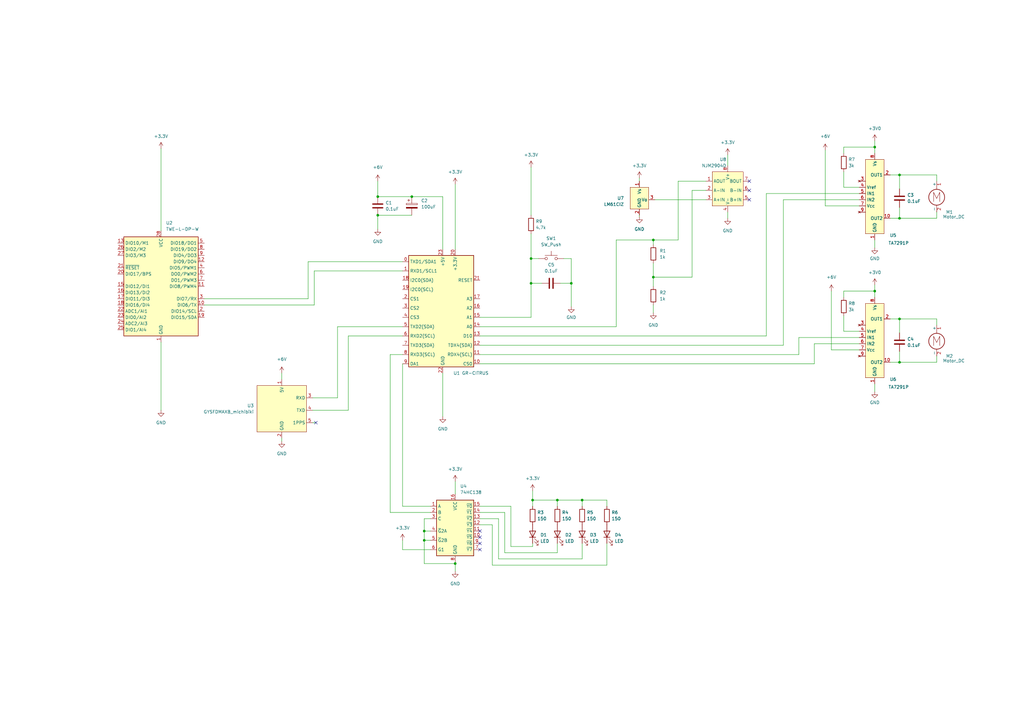
<source format=kicad_sch>
(kicad_sch (version 20211123) (generator eeschema)
  (paper "A3")
  (title_block (title "2-Wheel-Robo") (date "2022-12-06") (company "Tanaka Ryugo"))
  (lib_symbols
    (symbol "Device:C" (pin_numbers hide) (pin_names (offset 0.254))
      (property "Reference" "C" (at 0.635 2.54 0))
      (property "Value" "C" (at 0.635 -2.54 0))
      (symbol "C_0_1"
        (polyline (pts (xy -2.032 -0.762) (xy 2.032 -0.762)) (stroke (width 0.508)))
        (polyline (pts (xy -2.032 0.762) (xy 2.032 0.762)) (stroke (width 0.508)))
      )
      (symbol "C_1_1"
        (pin passive line (at 0 3.81 270) (length 2.794) (name "~") (number "1"))
        (pin passive line (at 0 -3.81 90) (length 2.794) (name "~") (number "2"))
      )
    )
    (symbol "Device:C_Polarized" (pin_numbers hide) (pin_names (offset 0.254))
      (property "Reference" "C" (at 0.635 2.54 0))
      (property "Value" "C_Polarized" (at 0.635 -2.54 0))
      (symbol "C_Polarized_0_1"
        (rectangle (start -2.286 0.508) (end 2.286 1.016))
        (polyline (pts (xy -1.778 2.286) (xy -0.762 2.286)))
        (polyline (pts (xy -1.27 2.794) (xy -1.27 1.778)))
        (rectangle (start 2.286 -0.508) (end -2.286 -1.016) (fill (type outline)))
      )
      (symbol "C_Polarized_1_1"
        (pin passive line (at 0 3.81 270) (length 2.794) (name "~") (number "1"))
        (pin passive line (at 0 -3.81 90) (length 2.794) (name "~") (number "2"))
      )
    )
    (symbol "Device:LED" (pin_numbers hide) (pin_names (offset 1.016) hide)
      (property "Reference" "D" (at 0 2.54 0))
      (property "Value" "LED" (at 0 -2.54 0))
      (symbol "LED_0_1"
        (polyline (pts (xy -1.27 -1.27) (xy -1.27 1.27)) (stroke (width 0.254)))
        (polyline (pts (xy -1.27 0) (xy 1.27 0)))
        (polyline (pts (xy 1.27 -1.27) (xy 1.27 1.27) (xy -1.27 0) (xy 1.27 -1.27)) (stroke (width 0.254)))
        (polyline (pts (xy -3.048 -0.762) (xy -4.572 -2.286) (xy -3.81 -2.286) (xy -4.572 -2.286) (xy -4.572 -1.524)))
        (polyline (pts (xy -1.778 -0.762) (xy -3.302 -2.286) (xy -2.54 -2.286) (xy -3.302 -2.286) (xy -3.302 -1.524)))
      )
      (symbol "LED_1_1"
        (pin passive line (at -3.81 0 0) (length 2.54) (name "K") (number "1"))
        (pin passive line (at 3.81 0 180) (length 2.54) (name "A") (number "2"))
      )
    )
    (symbol "Device:R" (pin_numbers hide) (pin_names (offset 0))
      (property "Reference" "R" (at 2.032 0 90))
      (property "Value" "R" (at 0 0 90))
      (symbol "R_0_1"
        (rectangle (start -1.016 -2.54) (end 1.016 2.54) (stroke (width 0.254)))
      )
      (symbol "R_1_1"
        (pin passive line (at 0 3.81 270) (length 1.27) (name "~") (number "1"))
        (pin passive line (at 0 -3.81 90) (length 1.27) (name "~") (number "2"))
      )
    )
    (symbol "MY_Library:74HC138"
      (property "Reference" "U" (at 5.08 -15.24 0))
      (property "Value" "74HC138" (at 12.7 -15.24 0))
      (symbol "74HC138_0_1"
        (rectangle (start -7.62 11.43) (end 7.62 -11.43) (stroke (width 0.254)) (fill (type background)))
      )
      (symbol "74HC138_1_1"
        (pin input line (at -10.16 8.89 0) (length 2.54) (name "A") (number "1"))
        (pin output line (at 10.16 -3.81 180) (length 2.54) (name "~{Y5}") (number "10"))
        (pin output line (at 10.16 -1.27 180) (length 2.54) (name "~{Y4}") (number "11"))
        (pin output line (at 10.16 1.27 180) (length 2.54) (name "~{Y3}") (number "12"))
        (pin output line (at 10.16 3.81 180) (length 2.54) (name "~{Y2}") (number "13"))
        (pin output line (at 10.16 6.35 180) (length 2.54) (name "~{Y1}") (number "14"))
        (pin output line (at 10.16 8.89 180) (length 2.54) (name "~{Y0}") (number "15"))
        (pin power_in line (at 0 13.97 270) (length 2.54) (name "VCC") (number "16"))
        (pin input line (at -10.16 6.35 0) (length 2.54) (name "B") (number "2"))
        (pin input line (at -10.16 3.81 0) (length 2.54) (name "C") (number "3"))
        (pin input line (at -10.16 -1.27 0) (length 2.54) (name "~{G}2A") (number "4"))
        (pin input line (at -10.16 -5.08 0) (length 2.54) (name "~{G}2B") (number "5"))
        (pin input line (at -10.16 -8.89 0) (length 2.54) (name "G1") (number "6"))
        (pin output line (at 10.16 -8.89 180) (length 2.54) (name "~{Y7}") (number "7"))
        (pin power_in line (at 0 -13.97 90) (length 2.54) (name "GND") (number "8"))
        (pin output line (at 10.16 -6.35 180) (length 2.54) (name "~{Y6}") (number "9"))
      )
    )
    (symbol "MY_Library:GR-CITRUS"
      (property "Reference" "U" (at 15.24 -24.13 0))
      (property "Value" "GR-CITRUS" (at 25.4 -24.13 0))
      (symbol "GR-CITRUS_0_0"
        (pin bidirectional line (at -16.51 1.27 0) (length 2.54) (name "CS2") (number "3"))
        (pin bidirectional line (at -16.51 -2.54 0) (length 2.54) (name "CS3") (number "4"))
      )
      (symbol "GR-CITRUS_0_1"
        (rectangle (start -13.97 22.86) (end 12.7 -22.86) (stroke (width 0.254)) (fill (type background)))
      )
      (symbol "GR-CITRUS_1_1"
        (pin bidirectional line (at -16.51 20.32 0) (length 2.54) (name "TXD1/SDA1") (number "0"))
        (pin bidirectional line (at -16.51 16.51 0) (length 2.54) (name "RXD1/SCL1") (number "1"))
        (pin bidirectional line (at 15.24 -21.59 180) (length 2.54) (name "CS0") (number "10"))
        (pin bidirectional line (at 15.24 -17.78 180) (length 2.54) (name "RDX4(SCL)") (number "11"))
        (pin bidirectional line (at 15.24 -13.97 180) (length 2.54) (name "TDX4(SDA)") (number "12"))
        (pin bidirectional line (at 15.24 -10.16 180) (length 2.54) (name "D10") (number "13"))
        (pin bidirectional line (at 15.24 -6.35 180) (length 2.54) (name "A0") (number "14"))
        (pin bidirectional line (at 15.24 -2.54 180) (length 2.54) (name "A1") (number "15"))
        (pin bidirectional line (at 15.24 1.27 180) (length 2.54) (name "A2") (number "16"))
        (pin bidirectional line (at 15.24 5.08 180) (length 2.54) (name "A3") (number "17"))
        (pin bidirectional line (at -16.51 12.7 0) (length 2.54) (name "I2C0(SDA)") (number "18"))
        (pin bidirectional line (at -16.51 8.89 0) (length 2.54) (name "I2C0(SCL)") (number "19"))
        (pin bidirectional line (at -16.51 5.08 0) (length 2.54) (name "CS1") (number "2"))
        (pin power_out line (at 5.08 25.4 270) (length 2.54) (name "+3.3V") (number "20"))
        (pin bidirectional line (at 15.24 12.7 180) (length 2.54) (name "RESET") (number "21"))
        (pin power_out line (at 0 -25.4 90) (length 2.54) (name "GND") (number "22"))
        (pin power_in line (at 0 25.4 270) (length 2.54) (name "+5V") (number "23"))
        (pin bidirectional line (at -16.51 -6.35 0) (length 2.54) (name "TXD2(SDA)") (number "5"))
        (pin bidirectional line (at -16.51 -10.16 0) (length 2.54) (name "RXD2(SCL)") (number "6"))
        (pin bidirectional line (at -16.51 -13.97 0) (length 2.54) (name "TXD3(SDA)") (number "7"))
        (pin bidirectional line (at -16.51 -17.78 0) (length 2.54) (name "RXD3(SCL)") (number "8"))
        (pin bidirectional line (at -16.51 -21.59 0) (length 2.54) (name "DA1") (number "9"))
      )
    )
    (symbol "MY_Library:GYSFDMAXB_michibiki"
      (property "Reference" "U" (at 3.81 -11.43 0))
      (property "Value" "GYSFDMAXB_michibiki" (at 16.51 -11.43 0))
      (symbol "GYSFDMAXB_michibiki_0_1"
        (rectangle (start 10.16 -8.89) (end -10.16 10.16) (fill (type background)))
      )
      (symbol "GYSFDMAXB_michibiki_1_1"
        (pin power_in line (at 0 12.7 270) (length 2.54) (name "5V") (number "1"))
        (pin power_in line (at 0 -11.43 90) (length 2.54) (name "GND") (number "2"))
        (pin bidirectional line (at 12.7 5.08 180) (length 2.54) (name "RXD") (number "3"))
        (pin bidirectional line (at 12.7 0 180) (length 2.54) (name "TXD") (number "4"))
        (pin bidirectional line (at 12.7 -5.08 180) (length 2.54) (name "1PPS") (number "5"))
      )
    )
    (symbol "MY_Library:LM61CIZ"
      (property "Reference" "U" (at 5.08 -6.35 0))
      (property "Value" "LM61CIZ" (at 12.7 -6.35 0))
      (symbol "LM61CIZ_0_0"
        (pin power_in line (at 0 7.62 270) (length 2.54) (name "Vs") (number "1"))
        (pin power_out line (at 0 -6.35 90) (length 2.54) (name "GND") (number "2"))
        (pin output line (at 6.35 0 180) (length 2.54) (name "Vo") (number "3"))
      )
      (symbol "LM61CIZ_0_1"
        (rectangle (start -3.81 5.08) (end 3.81 -3.81) (fill (type background)))
      )
    )
    (symbol "MY_Library:NJM2904D"
      (property "Reference" "U" (at 3.81 -10.16 0))
      (property "Value" "NJM2904D" (at 11.43 -10.16 0))
      (symbol "NJM2904D_0_0"
        (pin output line (at -8.89 3.81 0) (length 2.54) (name "AOUT") (number "1"))
        (pin input line (at -8.89 0 0) (length 2.54) (name "A-IN") (number "2"))
        (pin input line (at -8.89 -3.81 0) (length 2.54) (name "A+IN") (number "3"))
        (pin power_in line (at 0 -8.89 90) (length 2.54) (name "V-") (number "4"))
        (pin input line (at 8.89 -3.81 180) (length 2.54) (name "B+IN") (number "5"))
        (pin input line (at 8.89 0 180) (length 2.54) (name "B-IN") (number "6"))
        (pin bidirectional line (at 8.89 3.81 180) (length 2.54) (name "BOUT") (number "7"))
        (pin power_in line (at 0 10.16 270) (length 2.54) (name "V+") (number "8"))
      )
      (symbol "NJM2904D_0_1"
        (rectangle (start 6.35 7.62) (end -6.35 -6.35) (fill (type background)))
      )
    )
    (symbol "MY_Library:TA7291P"
      (property "Reference" "U" (at 6.35 -16.51 0))
      (property "Value" "TA7291P" (at 12.7 -16.51 0))
      (symbol "TA7291P_0_0"
        (pin output line (at 6.35 -8.89 180) (length 2.54) (name "OUT2") (number "10"))
        (pin output line (at 6.35 8.89 180) (length 2.54) (name "OUT1") (number "2"))
        (pin no_connect line (at -6.35 6.35 0) (length 2.54) (name "") (number "3"))
        (pin input line (at -6.35 3.81 0) (length 2.54) (name "Vref") (number "4"))
        (pin input line (at -6.35 1.27 0) (length 2.54) (name "IN1") (number "5"))
        (pin input line (at -6.35 -1.27 0) (length 2.54) (name "IN2") (number "6"))
        (pin input line (at -6.35 -3.81 0) (length 2.54) (name "Vcc") (number "7"))
        (pin power_in line (at 0 17.78 270) (length 2.54) (name "Vs") (number "8"))
        (pin no_connect line (at -6.35 -6.35 0) (length 2.54) (name "") (number "9"))
      )
      (symbol "TA7291P_0_1"
        (rectangle (start -3.81 15.24) (end 3.81 -15.24) (fill (type background)))
      )
      (symbol "TA7291P_1_1"
        (pin power_out line (at 0 -17.78 90) (length 2.54) (name "GND") (number "1"))
      )
    )
    (symbol "Motor:Motor_DC" (pin_names (offset 0))
      (property "Reference" "M" (at 2.54 2.54 0))
      (property "Value" "Motor_DC" (at 2.54 -5.08 0))
      (symbol "Motor_DC_0_0"
        (polyline (pts (xy -1.27 -3.302) (xy -1.27 0.508) (xy 0 -2.032) (xy 1.27 0.508) (xy 1.27 -3.302)))
      )
      (symbol "Motor_DC_0_1"
        (circle (center 0 -1.524) (radius 3.2512) (stroke (width 0.254)))
        (polyline (pts (xy 0 -7.62) (xy 0 -7.112)))
        (polyline (pts (xy 0 -4.7752) (xy 0 -5.1816)))
        (polyline (pts (xy 0 1.7272) (xy 0 2.0828)))
        (polyline (pts (xy 0 2.032) (xy 0 2.54)))
      )
      (symbol "Motor_DC_1_1"
        (pin passive line (at 0 5.08 270) (length 2.54) (name "+") (number "1"))
        (pin passive line (at 0 -7.62 90) (length 2.54) (name "-") (number "2"))
      )
    )
    (symbol "RF_ZigBee:TWE-L-DP-W"
      (property "Reference" "U" (at -11.43 21.59 0))
      (property "Value" "TWE-L-DP-W" (at 7.62 21.59 0))
      (symbol "TWE-L-DP-W_1_0"
        (rectangle (start -15.24 -20.32) (end 15.24 20.32) (stroke (width 0.254)) (fill (type background)))
      )
      (symbol "TWE-L-DP-W_1_1"
        (pin power_in line (at 0 -22.86 90) (length 2.54) (name "GND") (number "1"))
        (pin bidirectional line (at 17.78 -7.62 180) (length 2.54) (name "DIO6/TX") (number "10"))
        (pin bidirectional line (at 17.78 0 180) (length 2.54) (name "DIO8/PWM4") (number "11"))
        (pin bidirectional line (at 17.78 10.16 180) (length 2.54) (name "DIO9/DO4") (number "12"))
        (pin bidirectional line (at -17.78 17.78 0) (length 2.54) (name "DIO10/M1") (number "13"))
        (pin passive line (at 0 -22.86 90) (length 2.54) hide (name "GND") (number "14"))
        (pin bidirectional line (at -17.78 0 0) (length 2.54) (name "DIO12/DI1") (number "15"))
        (pin bidirectional line (at -17.78 -2.54 0) (length 2.54) (name "DIO13/DI2") (number "16"))
        (pin bidirectional line (at -17.78 -5.08 0) (length 2.54) (name "DIO11/DI3") (number "17"))
        (pin bidirectional line (at -17.78 -7.62 0) (length 2.54) (name "DIO16/DI4") (number "18"))
        (pin bidirectional line (at 17.78 -12.7 180) (length 2.54) (name "DIO15/SDA") (number "19"))
        (pin bidirectional line (at 17.78 -10.16 180) (length 2.54) (name "DIO14/SCL") (number "2"))
        (pin bidirectional line (at -17.78 5.08 0) (length 2.54) (name "DIO17/BPS") (number "20"))
        (pin input line (at -17.78 7.62 0) (length 2.54) (name "~{RESET}") (number "21"))
        (pin input line (at -17.78 -10.16 0) (length 2.54) (name "ADC1/AI1") (number "22"))
        (pin bidirectional line (at -17.78 -12.7 0) (length 2.54) (name "DIO0/AI2") (number "23"))
        (pin input line (at -17.78 -15.24 0) (length 2.54) (name "ADC2/AI3") (number "24"))
        (pin bidirectional line (at -17.78 -17.78 0) (length 2.54) (name "DIO1/AI4") (number "25"))
        (pin bidirectional line (at -17.78 15.24 0) (length 2.54) (name "DIO2/M2") (number "26"))
        (pin bidirectional line (at -17.78 12.7 0) (length 2.54) (name "DIO3/M3") (number "27"))
        (pin power_in line (at 0 22.86 270) (length 2.54) (name "VCC") (number "28"))
        (pin bidirectional line (at 17.78 -5.08 180) (length 2.54) (name "DIO7/RX") (number "3"))
        (pin bidirectional line (at 17.78 7.62 180) (length 2.54) (name "DIO5/PWM1") (number "4"))
        (pin bidirectional line (at 17.78 17.78 180) (length 2.54) (name "DIO18/DO1") (number "5"))
        (pin output line (at 17.78 5.08 180) (length 2.54) (name "DO0/PWM2") (number "6"))
        (pin bidirectional line (at 17.78 2.54 180) (length 2.54) (name "DO1/PWM3") (number "7"))
        (pin bidirectional line (at 17.78 15.24 180) (length 2.54) (name "DIO19/DO2") (number "8"))
        (pin bidirectional line (at 17.78 12.7 180) (length 2.54) (name "DIO4/DO3") (number "9"))
      )
    )
    (symbol "Switch:SW_Push" (pin_numbers hide) (pin_names (offset 1.016) hide)
      (property "Reference" "SW" (at 1.27 2.54 0))
      (property "Value" "SW_Push" (at 0 -1.524 0))
      (symbol "SW_Push_0_1"
        (circle (center -2.032 0) (radius 0.508))
        (polyline (pts (xy 0 1.27) (xy 0 3.048)))
        (polyline (pts (xy 2.54 1.27) (xy -2.54 1.27)))
        (circle (center 2.032 0) (radius 0.508))
        (pin passive line (at -5.08 0 0) (length 2.54) (name "1") (number "1"))
        (pin passive line (at 5.08 0 180) (length 2.54) (name "2") (number "2"))
      )
    )
    (symbol "power:+3.3V" (power) (pin_names (offset 0))
      (property "Value" "+3.3V" (at 0 3.556 0))
      (symbol "+3.3V_0_1"
        (polyline (pts (xy -0.762 1.27) (xy 0 2.54)))
        (polyline (pts (xy 0 0) (xy 0 2.54)))
        (polyline (pts (xy 0 2.54) (xy 0.762 1.27)))
      )
      (symbol "+3.3V_1_1"
        (pin power_in line (at 0 0 90) (length 0) hide (name "+3.3V") (number "1"))
      )
    )
    (symbol "power:+3V0" (power) (pin_names (offset 0))
      (property "Value" "+3V0" (at 0 3.556 0))
      (symbol "+3V0_0_1"
        (polyline (pts (xy -0.762 1.27) (xy 0 2.54)))
        (polyline (pts (xy 0 0) (xy 0 2.54)))
        (polyline (pts (xy 0 2.54) (xy 0.762 1.27)))
      )
      (symbol "+3V0_1_1"
        (pin power_in line (at 0 0 90) (length 0) hide (name "+3V0") (number "1"))
      )
    )
    (symbol "power:+6V" (power) (pin_names (offset 0))
      (property "Value" "+6V" (at 0 3.556 0))
      (symbol "+6V_0_1"
        (polyline (pts (xy -0.762 1.27) (xy 0 2.54)))
        (polyline (pts (xy 0 0) (xy 0 2.54)))
        (polyline (pts (xy 0 2.54) (xy 0.762 1.27)))
      )
      (symbol "+6V_1_1"
        (pin power_in line (at 0 0 90) (length 0) hide (name "+6V") (number "1"))
      )
    )
    (symbol "power:GND" (power) (pin_names (offset 0))
      (property "Value" "GND" (at 0 -3.81 0))
      (symbol "GND_0_1"
        (polyline (pts (xy 0 0) (xy 0 -1.27) (xy 1.27 -1.27) (xy 0 -2.54) (xy -1.27 -1.27) (xy 0 -1.27)))
      )
      (symbol "GND_1_1"
        (pin power_in line (at 0 0 270) (length 0) hide (name "GND") (number "1"))
      )
    )
  )
  (junction (at 228.6 205.105))
  (junction (at 186.69 231.14))
  (junction (at 168.91 80.645))
  (junction (at 368.935 89.535))
  (junction (at 358.775 119.38))
  (junction (at 358.775 60.325))
  (junction (at 173.99 217.805))
  (junction (at 217.805 116.205))
  (junction (at 217.805 106.045))
  (junction (at 154.94 88.265))
  (junction (at 267.97 98.425))
  (junction (at 238.76 205.105))
  (junction (at 173.99 221.615))
  (junction (at 267.97 113.665))
  (junction (at 234.315 116.205))
  (junction (at 218.44 205.105))
  (junction (at 368.935 71.755))
  (junction (at 368.935 130.81))
  (junction (at 154.94 80.645))
  (junction (at 368.935 148.59))
  (no_connect (at 129.54 173.355))
  (no_connect (at 307.34 74.295))
  (no_connect (at 307.34 81.915))
  (no_connect (at 307.34 78.105))
  (no_connect (at 196.85 217.805))
  (no_connect (at 196.85 220.345))
  (no_connect (at 196.85 222.885))
  (no_connect (at 196.85 225.425))
  (wire (pts (xy 218.44 201.295) (xy 218.44 205.105)))
  (wire (pts (xy 252.73 133.985) (xy 252.73 98.425)))
  (wire (pts (xy 228.6 205.105) (xy 238.76 205.105)))
  (wire (pts (xy 218.44 207.645) (xy 218.44 205.105)))
  (wire (pts (xy 234.315 106.045) (xy 234.315 116.205)))
  (wire (pts (xy 384.175 71.755) (xy 384.175 74.295)))
  (wire (pts (xy 173.99 221.615) (xy 176.53 221.615)))
  (wire (pts (xy 217.805 68.58) (xy 217.805 88.265)))
  (wire (pts (xy 173.99 231.14) (xy 186.69 231.14)))
  (wire (pts (xy 314.325 79.375) (xy 314.325 137.795)))
  (wire (pts (xy 154.94 88.265) (xy 168.91 88.265)))
  (wire (pts (xy 218.44 222.885) (xy 218.44 224.155)))
  (wire (pts (xy 231.14 106.045) (xy 234.315 106.045)))
  (wire (pts (xy 83.82 125.095) (xy 128.905 125.095)))
  (wire (pts (xy 358.775 98.425) (xy 358.775 101.6)))
  (wire (pts (xy 267.97 113.665) (xy 283.845 113.665)))
  (wire (pts (xy 196.85 133.985) (xy 252.73 133.985)))
  (wire (pts (xy 128.27 168.275) (xy 142.875 168.275)))
  (wire (pts (xy 204.47 212.725) (xy 196.85 212.725)))
  (wire (pts (xy 248.92 205.105) (xy 248.92 207.645)))
  (wire (pts (xy 126.365 107.315) (xy 126.365 122.555)))
  (wire (pts (xy 196.85 210.185) (xy 207.01 210.185)))
  (wire (pts (xy 252.73 98.425) (xy 267.97 98.425)))
  (wire (pts (xy 321.31 81.915) (xy 352.425 81.915)))
  (wire (pts (xy 66.04 140.335) (xy 66.04 168.275)))
  (wire (pts (xy 346.075 76.835) (xy 346.075 70.485)))
  (wire (pts (xy 384.175 148.59) (xy 384.175 146.05)))
  (wire (pts (xy 160.02 145.415) (xy 160.02 210.185)))
  (wire (pts (xy 201.93 231.775) (xy 201.93 215.265)))
  (wire (pts (xy 129.54 173.355) (xy 128.27 173.355)))
  (wire (pts (xy 222.25 116.205) (xy 217.805 116.205)))
  (wire (pts (xy 327.66 138.43) (xy 352.425 138.43)))
  (wire (pts (xy 327.66 145.415) (xy 327.66 138.43)))
  (wire (pts (xy 186.69 231.14) (xy 186.69 234.315)))
  (wire (pts (xy 160.02 210.185) (xy 176.53 210.185)))
  (wire (pts (xy 234.315 116.205) (xy 234.315 125.73)))
  (wire (pts (xy 217.805 116.205) (xy 217.805 130.175)))
  (wire (pts (xy 368.935 71.755) (xy 384.175 71.755)))
  (wire (pts (xy 196.85 149.225) (xy 334.01 149.225)))
  (wire (pts (xy 165.1 207.645) (xy 176.53 207.645)))
  (wire (pts (xy 201.93 215.265) (xy 196.85 215.265)))
  (wire (pts (xy 142.875 137.795) (xy 142.875 168.275)))
  (wire (pts (xy 173.99 217.805) (xy 176.53 217.805)))
  (wire (pts (xy 262.255 73.025) (xy 262.255 74.295)))
  (wire (pts (xy 267.97 107.95) (xy 267.97 113.665)))
  (wire (pts (xy 358.775 60.325) (xy 358.775 62.865)))
  (wire (pts (xy 238.76 222.885) (xy 238.76 229.235)))
  (wire (pts (xy 228.6 226.695) (xy 207.01 226.695)))
  (wire (pts (xy 217.805 106.045) (xy 220.98 106.045)))
  (wire (pts (xy 196.85 145.415) (xy 327.66 145.415)))
  (wire (pts (xy 346.075 121.92) (xy 346.075 119.38)))
  (wire (pts (xy 346.075 60.325) (xy 358.775 60.325)))
  (wire (pts (xy 278.13 74.295) (xy 278.13 98.425)))
  (wire (pts (xy 340.995 143.51) (xy 352.425 143.51)))
  (wire (pts (xy 365.125 89.535) (xy 368.935 89.535)))
  (wire (pts (xy 384.175 89.535) (xy 384.175 86.995)))
  (wire (pts (xy 204.47 229.235) (xy 204.47 212.725)))
  (wire (pts (xy 268.605 81.915) (xy 289.56 81.915)))
  (wire (pts (xy 165.1 107.315) (xy 126.365 107.315)))
  (wire (pts (xy 234.315 116.205) (xy 229.87 116.205)))
  (wire (pts (xy 154.94 88.265) (xy 154.94 93.98)))
  (wire (pts (xy 248.92 222.885) (xy 248.92 231.775)))
  (wire (pts (xy 186.69 197.485) (xy 186.69 202.565)))
  (wire (pts (xy 298.45 86.995) (xy 298.45 89.535)))
  (wire (pts (xy 238.76 205.105) (xy 248.92 205.105)))
  (wire (pts (xy 314.325 79.375) (xy 352.425 79.375)))
  (wire (pts (xy 289.56 74.295) (xy 278.13 74.295)))
  (wire (pts (xy 365.125 130.81) (xy 368.935 130.81)))
  (wire (pts (xy 368.935 144.145) (xy 368.935 148.59)))
  (wire (pts (xy 196.85 141.605) (xy 321.31 141.605)))
  (wire (pts (xy 165.1 149.225) (xy 165.1 207.645)))
  (wire (pts (xy 181.61 102.235) (xy 181.61 80.645)))
  (wire (pts (xy 365.125 71.755) (xy 368.935 71.755)))
  (wire (pts (xy 154.94 80.645) (xy 168.91 80.645)))
  (wire (pts (xy 238.76 205.105) (xy 238.76 207.645)))
  (wire (pts (xy 218.44 205.105) (xy 228.6 205.105)))
  (wire (pts (xy 346.075 62.865) (xy 346.075 60.325)))
  (wire (pts (xy 358.775 116.84) (xy 358.775 119.38)))
  (wire (pts (xy 138.43 133.985) (xy 165.1 133.985)))
  (wire (pts (xy 346.075 135.89) (xy 346.075 129.54)))
  (wire (pts (xy 267.97 100.33) (xy 267.97 98.425)))
  (wire (pts (xy 358.775 119.38) (xy 358.775 121.92)))
  (wire (pts (xy 365.125 148.59) (xy 368.935 148.59)))
  (wire (pts (xy 358.775 57.785) (xy 358.775 60.325)))
  (wire (pts (xy 115.57 179.705) (xy 115.57 180.975)))
  (wire (pts (xy 181.61 153.035) (xy 181.61 170.815)))
  (wire (pts (xy 173.99 217.805) (xy 173.99 221.615)))
  (wire (pts (xy 358.775 157.48) (xy 358.775 160.655)))
  (wire (pts (xy 115.57 153.035) (xy 115.57 155.575)))
  (wire (pts (xy 165.1 145.415) (xy 160.02 145.415)))
  (wire (pts (xy 168.91 80.645) (xy 181.61 80.645)))
  (wire (pts (xy 368.935 130.81) (xy 368.935 136.525)))
  (wire (pts (xy 368.935 130.81) (xy 384.175 130.81)))
  (wire (pts (xy 368.935 148.59) (xy 384.175 148.59)))
  (wire (pts (xy 340.995 119.38) (xy 340.995 143.51)))
  (wire (pts (xy 186.69 230.505) (xy 186.69 231.14)))
  (wire (pts (xy 228.6 222.885) (xy 228.6 226.695)))
  (wire (pts (xy 142.875 137.795) (xy 165.1 137.795)))
  (wire (pts (xy 128.905 125.095) (xy 128.905 111.125)))
  (wire (pts (xy 209.55 224.155) (xy 218.44 224.155)))
  (wire (pts (xy 186.69 75.565) (xy 186.69 102.235)))
  (wire (pts (xy 267.97 125.095) (xy 267.97 128.27)))
  (wire (pts (xy 173.99 212.725) (xy 173.99 217.805)))
  (wire (pts (xy 165.1 221.615) (xy 165.1 225.425)))
  (wire (pts (xy 248.92 231.775) (xy 201.93 231.775)))
  (wire (pts (xy 368.935 71.755) (xy 368.935 77.47)))
  (wire (pts (xy 228.6 205.105) (xy 228.6 207.645)))
  (wire (pts (xy 128.905 111.125) (xy 165.1 111.125)))
  (wire (pts (xy 217.805 130.175) (xy 196.85 130.175)))
  (wire (pts (xy 238.76 229.235) (xy 204.47 229.235)))
  (wire (pts (xy 138.43 133.985) (xy 138.43 163.195)))
  (wire (pts (xy 173.99 221.615) (xy 173.99 231.14)))
  (wire (pts (xy 334.01 140.97) (xy 352.425 140.97)))
  (wire (pts (xy 352.425 76.835) (xy 346.075 76.835)))
  (wire (pts (xy 267.97 98.425) (xy 278.13 98.425)))
  (wire (pts (xy 346.075 119.38) (xy 358.775 119.38)))
  (wire (pts (xy 298.45 63.5) (xy 298.45 67.945)))
  (wire (pts (xy 338.455 61.595) (xy 338.455 84.455)))
  (wire (pts (xy 368.935 89.535) (xy 384.175 89.535)))
  (wire (pts (xy 289.56 78.105) (xy 283.845 78.105)))
  (wire (pts (xy 262.255 88.265) (xy 262.255 88.9)))
  (wire (pts (xy 321.31 81.915) (xy 321.31 141.605)))
  (wire (pts (xy 352.425 84.455) (xy 338.455 84.455)))
  (wire (pts (xy 217.805 116.205) (xy 217.805 106.045)))
  (wire (pts (xy 154.94 74.295) (xy 154.94 80.645)))
  (wire (pts (xy 209.55 207.645) (xy 209.55 224.155)))
  (wire (pts (xy 196.85 207.645) (xy 209.55 207.645)))
  (wire (pts (xy 283.845 78.105) (xy 283.845 113.665)))
  (wire (pts (xy 368.935 85.09) (xy 368.935 89.535)))
  (wire (pts (xy 176.53 212.725) (xy 173.99 212.725)))
  (wire (pts (xy 128.27 163.195) (xy 138.43 163.195)))
  (wire (pts (xy 207.01 226.695) (xy 207.01 210.185)))
  (wire (pts (xy 267.97 113.665) (xy 267.97 117.475)))
  (wire (pts (xy 217.805 95.885) (xy 217.805 106.045)))
  (wire (pts (xy 334.01 149.225) (xy 334.01 140.97)))
  (wire (pts (xy 66.04 60.96) (xy 66.04 94.615)))
  (wire (pts (xy 126.365 122.555) (xy 83.82 122.555)))
  (wire (pts (xy 352.425 135.89) (xy 346.075 135.89)))
  (wire (pts (xy 176.53 225.425) (xy 165.1 225.425)))
  (wire (pts (xy 384.175 130.81) (xy 384.175 133.35)))
  (wire (pts (xy 196.85 137.795) (xy 314.325 137.795)))
  (symbol (lib_id "power:+3.3V") (at 262.255 73.025 0) (unit 1)
    (property "Reference" "#PWR?" (effects hide))
    (property "Value" "+3.3V" (at 262.255 67.945 0))
  )
  (symbol (lib_id "Device:LED") (at 248.92 219.075 90) (unit 1)
    (property "Reference" "D4" (at 252.095 219.3924 90) (effects (justify right)))
    (property "Value" "LED" (at 252.095 221.9324 90) (effects (justify right)))
  )
  (symbol (lib_id "Device:C") (at 154.94 84.455 0) (unit 1)
    (property "Reference" "C1" (at 158.115 83.1849 0) (effects (justify left)))
    (property "Value" "0.1uF" (at 158.115 85.7249 0) (effects (justify left)))
  )
  (symbol (lib_id "Device:R") (at 267.97 104.14 0) (unit 1)
    (property "Reference" "R1" (at 270.51 102.8699 0) (effects (justify left)))
    (property "Value" "1k" (at 270.51 105.4099 0) (effects (justify left)))
  )
  (symbol (lib_id "MY_Library:LM61CIZ") (at 262.255 81.915 0) (unit 1)
    (property "Reference" "U7" (at 255.905 81.28 0) (effects (justify right)))
    (property "Value" "LM61CIZ" (at 255.905 83.82 0) (effects (justify right)))
  )
  (symbol (lib_id "power:+6V") (at 154.94 74.295 0) (unit 1)
    (property "Reference" "#PWR?" (effects hide))
    (property "Value" "+6V" (at 154.94 68.58 0))
  )
  (symbol (lib_id "Device:C_Polarized") (at 168.91 84.455 0) (unit 1)
    (property "Reference" "C2" (at 172.72 82.2959 0) (effects (justify left)))
    (property "Value" "100uF" (at 172.72 84.8359 0) (effects (justify left)))
  )
  (symbol (lib_id "power:+3V0") (at 358.775 57.785 0) (unit 1)
    (property "Reference" "#PWR?" (effects hide))
    (property "Value" "+3V0" (at 358.775 52.705 0))
  )
  (symbol (lib_id "power:GND") (at 186.69 234.315 0) (unit 1)
    (property "Reference" "#PWR?" (effects hide))
    (property "Value" "GND" (at 186.69 239.395 0))
  )
  (symbol (lib_id "RF_ZigBee:TWE-L-DP-W") (at 66.04 117.475 0) (unit 1)
    (property "Reference" "U2" (at 68.0594 91.44 0) (effects (justify left)))
    (property "Value" "TWE-L-DP-W" (at 68.0594 93.98 0) (effects (justify left)))
    (property "Footprint" "Package_DIP:DIP-28_W15.24mm" (effects hide))
    (property "Datasheet" "https://www.mono-wireless.com/jp/products/TWE-Lite-DIP/MW-PDS-TWELITEDIP-JP.pdf" (effects hide))
  )
  (symbol (lib_id "power:+6V") (at 338.455 61.595 0) (unit 1)
    (property "Reference" "#PWR?" (effects hide))
    (property "Value" "+6V" (at 338.455 55.88 0))
  )
  (symbol (lib_id "power:+3.3V") (at 165.1 221.615 0) (mirror y) (unit 1)
    (property "Reference" "#PWR?" (effects hide))
    (property "Value" "+3.3V" (at 165.1 216.535 0))
  )
  (symbol (lib_id "MY_Library:TA7291P") (at 358.775 80.645 0) (unit 1)
    (property "Reference" "U5" (at 367.665 96.52 0) (effects (justify right)))
    (property "Value" "TA7291P" (at 372.745 99.695 0) (effects (justify right)))
  )
  (symbol (lib_id "power:+3.3V") (at 66.04 60.96 0) (unit 1)
    (property "Reference" "#PWR?" (effects hide))
    (property "Value" "+3.3V" (at 66.04 55.88 0))
  )
  (symbol (lib_id "power:GND") (at 298.45 89.535 0) (mirror y) (unit 1)
    (property "Reference" "#PWR?" (effects hide))
    (property "Value" "GND" (at 298.45 94.615 0))
  )
  (symbol (lib_id "power:+3.3V") (at 217.805 68.58 0) (unit 1)
    (property "Reference" "#PWR?" (effects hide))
    (property "Value" "+3.3V" (at 217.805 63.5 0))
  )
  (symbol (lib_id "power:GND") (at 154.94 93.98 0) (unit 1)
    (property "Reference" "#PWR?" (effects hide))
    (property "Value" "GND" (at 154.94 99.06 0))
  )
  (symbol (lib_id "Device:R") (at 217.805 92.075 0) (unit 1)
    (property "Reference" "R9" (at 219.71 90.8049 0) (effects (justify left)))
    (property "Value" "4.7k" (at 219.71 93.3449 0) (effects (justify left)))
  )
  (symbol (lib_id "power:GND") (at 66.04 168.275 0) (unit 1)
    (property "Reference" "#PWR?" (effects hide))
    (property "Value" "GND" (at 66.04 173.355 0))
  )
  (symbol (lib_id "Device:R") (at 346.075 125.73 0) (unit 1)
    (property "Reference" "R8" (at 347.98 124.4599 0) (effects (justify left)))
    (property "Value" "3k" (at 347.98 126.9999 0) (effects (justify left)))
  )
  (symbol (lib_id "MY_Library:NJM2904D") (at 298.45 78.105 0) (unit 1)
    (property "Reference" "U8" (at 297.9294 65.405 0) (effects (justify right)))
    (property "Value" "NJM2904D" (at 297.9294 67.945 0) (effects (justify right)))
  )
  (symbol (lib_id "Device:LED") (at 218.44 219.075 90) (unit 1)
    (property "Reference" "D1" (at 221.615 219.3924 90) (effects (justify right)))
    (property "Value" "LED" (at 221.615 221.9324 90) (effects (justify right)))
  )
  (symbol (lib_id "MY_Library:TA7291P") (at 358.775 139.7 0) (unit 1)
    (property "Reference" "U6" (at 367.665 155.575 0) (effects (justify right)))
    (property "Value" "TA7291P" (at 372.745 158.75 0) (effects (justify right)))
  )
  (symbol (lib_id "power:+3V0") (at 358.775 116.84 0) (unit 1)
    (property "Reference" "#PWR?" (effects hide))
    (property "Value" "+3V0" (at 358.775 111.76 0))
  )
  (symbol (lib_id "Motor:Motor_DC") (at 384.175 138.43 0) (unit 1)
    (property "Reference" "M2" (at 387.985 146.05 0) (effects (justify left)))
    (property "Value" "Motor_DC" (at 386.715 147.955 0) (effects (justify left)))
  )
  (symbol (lib_id "power:+3.3V") (at 218.44 201.295 0) (unit 1)
    (property "Reference" "#PWR?" (effects hide))
    (property "Value" "+3.3V" (at 218.44 196.215 0))
  )
  (symbol (lib_id "power:GND") (at 267.97 128.27 0) (unit 1)
    (property "Reference" "#PWR?" (effects hide))
    (property "Value" "GND" (at 267.97 133.35 0))
  )
  (symbol (lib_id "MY_Library:74HC138") (at 186.69 216.535 0) (unit 1)
    (property "Reference" "U4" (at 188.7094 199.39 0) (effects (justify left)))
    (property "Value" "74HC138" (at 188.7094 201.93 0) (effects (justify left)))
  )
  (symbol (lib_id "MY_Library:GR-CITRUS") (at 181.61 127.635 0) (unit 1)
    (property "Reference" "U1" (at 187.325 153.035 0))
    (property "Value" "GR-CITRUS" (at 194.945 153.035 0))
  )
  (symbol (lib_id "Device:C") (at 226.06 116.205 90) (unit 1)
    (property "Reference" "C5" (at 226.06 108.585 90))
    (property "Value" "0.1uF" (at 226.06 111.125 90))
  )
  (symbol (lib_id "MY_Library:GYSFDMAXB_michibiki") (at 115.57 168.275 0) (unit 1)
    (property "Reference" "U3" (at 104.14 166.3699 0) (effects (justify right)))
    (property "Value" "GYSFDMAXB_michibiki" (at 104.14 168.9099 0) (effects (justify right)))
  )
  (symbol (lib_id "power:GND") (at 358.775 101.6 0) (unit 1)
    (property "Reference" "#PWR?" (effects hide))
    (property "Value" "GND" (at 358.775 106.045 0))
  )
  (symbol (lib_id "power:GND") (at 181.61 170.815 0) (mirror y) (unit 1)
    (property "Reference" "#PWR?" (effects hide))
    (property "Value" "GND" (at 181.61 175.895 0))
  )
  (symbol (lib_id "power:GND") (at 115.57 180.975 0) (mirror y) (unit 1)
    (property "Reference" "#PWR?" (effects hide))
    (property "Value" "GND" (at 115.57 186.055 0))
  )
  (symbol (lib_id "power:+3.3V") (at 186.69 75.565 0) (mirror y) (unit 1)
    (property "Reference" "#PWR?" (effects hide))
    (property "Value" "+3.3V" (at 186.69 70.485 0))
  )
  (symbol (lib_id "power:GND") (at 358.775 160.655 0) (unit 1)
    (property "Reference" "#PWR?" (effects hide))
    (property "Value" "GND" (at 358.775 165.1 0))
  )
  (symbol (lib_id "Device:R") (at 228.6 211.455 0) (unit 1)
    (property "Reference" "R4" (at 230.505 210.1849 0) (effects (justify left)))
    (property "Value" "150" (at 230.505 212.7249 0) (effects (justify left)))
  )
  (symbol (lib_id "Motor:Motor_DC") (at 384.175 79.375 0) (unit 1)
    (property "Reference" "M1" (at 387.985 86.995 0) (effects (justify left)))
    (property "Value" "Motor_DC" (at 386.715 88.9 0) (effects (justify left)))
  )
  (symbol (lib_id "Device:C") (at 368.935 140.335 0) (unit 1)
    (property "Reference" "C4" (at 372.11 139.0649 0) (effects (justify left)))
    (property "Value" "0.1uF" (at 372.11 141.6049 0) (effects (justify left)))
  )
  (symbol (lib_id "Device:C") (at 368.935 81.28 0) (unit 1)
    (property "Reference" "C3" (at 372.11 80.0099 0) (effects (justify left)))
    (property "Value" "0.1uF" (at 372.11 82.5499 0) (effects (justify left)))
  )
  (symbol (lib_id "Device:LED") (at 228.6 219.075 90) (unit 1)
    (property "Reference" "D2" (at 231.775 219.3924 90) (effects (justify right)))
    (property "Value" "LED" (at 231.775 221.9324 90) (effects (justify right)))
  )
  (symbol (lib_id "Device:R") (at 248.92 211.455 0) (unit 1)
    (property "Reference" "R6" (at 250.825 210.1849 0) (effects (justify left)))
    (property "Value" "150" (at 250.825 212.7249 0) (effects (justify left)))
  )
  (symbol (lib_id "Device:R") (at 238.76 211.455 0) (unit 1)
    (property "Reference" "R5" (at 240.665 210.1849 0) (effects (justify left)))
    (property "Value" "150" (at 240.665 212.7249 0) (effects (justify left)))
  )
  (symbol (lib_id "power:+3.3V") (at 298.45 63.5 0) (mirror y) (unit 1)
    (property "Reference" "#PWR?" (effects hide))
    (property "Value" "+3.3V" (at 298.45 58.42 0))
  )
  (symbol (lib_id "power:+6V") (at 340.995 119.38 0) (unit 1)
    (property "Reference" "#PWR?" (effects hide))
    (property "Value" "+6V" (at 340.995 113.665 0))
  )
  (symbol (lib_id "power:GND") (at 262.255 88.9 0) (unit 1)
    (property "Reference" "#PWR?" (effects hide))
    (property "Value" "GND" (at 262.255 93.98 0))
  )
  (symbol (lib_id "Switch:SW_Push") (at 226.06 106.045 0) (unit 1)
    (property "Reference" "SW1" (at 226.06 97.79 0))
    (property "Value" "SW_Push" (at 226.06 100.33 0))
  )
  (symbol (lib_id "Device:R") (at 267.97 121.285 0) (unit 1)
    (property "Reference" "R2" (at 270.51 120.0149 0) (effects (justify left)))
    (property "Value" "1k" (at 270.51 122.5549 0) (effects (justify left)))
  )
  (symbol (lib_id "Device:LED") (at 238.76 219.075 90) (unit 1)
    (property "Reference" "D3" (at 241.935 219.3924 90) (effects (justify right)))
    (property "Value" "LED" (at 241.935 221.9324 90) (effects (justify right)))
  )
  (symbol (lib_id "Device:R") (at 218.44 211.455 0) (unit 1)
    (property "Reference" "R3" (at 220.345 210.1849 0) (effects (justify left)))
    (property "Value" "150" (at 220.345 212.7249 0) (effects (justify left)))
  )
  (symbol (lib_id "Device:R") (at 346.075 66.675 0) (unit 1)
    (property "Reference" "R7" (at 347.98 65.4049 0) (effects (justify left)))
    (property "Value" "3k" (at 347.98 67.9449 0) (effects (justify left)))
  )
  (symbol (lib_id "power:+6V") (at 115.57 153.035 0) (unit 1)
    (property "Reference" "#PWR?" (effects hide))
    (property "Value" "+6V" (at 115.57 147.32 0))
  )
  (symbol (lib_id "power:GND") (at 234.315 125.73 0) (unit 1)
    (property "Reference" "#PWR?" (effects hide))
    (property "Value" "GND" (at 234.315 130.175 0))
  )
  (symbol (lib_id "power:+3.3V") (at 186.69 197.485 0) (mirror y) (unit 1)
    (property "Reference" "#PWR?" (effects hide))
    (property "Value" "+3.3V" (at 186.69 192.405 0))
  )
)
</source>
